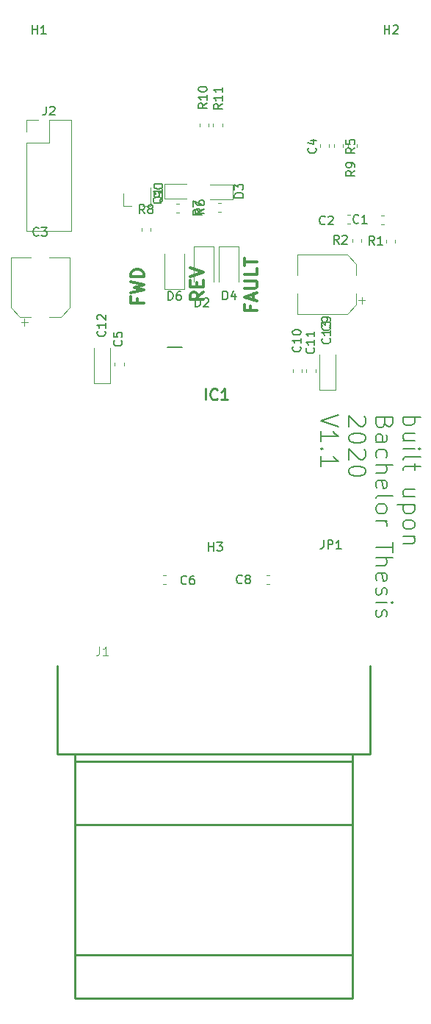
<source format=gbr>
G04 #@! TF.GenerationSoftware,KiCad,Pcbnew,(5.1.6)-1*
G04 #@! TF.CreationDate,2020-12-13T22:16:35+01:00*
G04 #@! TF.ProjectId,ETBC_2020,45544243-5f32-4303-9230-2e6b69636164,rev?*
G04 #@! TF.SameCoordinates,Original*
G04 #@! TF.FileFunction,Legend,Top*
G04 #@! TF.FilePolarity,Positive*
%FSLAX46Y46*%
G04 Gerber Fmt 4.6, Leading zero omitted, Abs format (unit mm)*
G04 Created by KiCad (PCBNEW (5.1.6)-1) date 2020-12-13 22:16:35*
%MOMM*%
%LPD*%
G01*
G04 APERTURE LIST*
%ADD10C,0.150000*%
%ADD11C,0.300000*%
%ADD12C,0.120000*%
%ADD13C,0.254000*%
%ADD14C,0.200000*%
%ADD15C,0.015000*%
G04 APERTURE END LIST*
D10*
X121670238Y-68873690D02*
X123670238Y-68873690D01*
X122908333Y-68873690D02*
X123003571Y-69064166D01*
X123003571Y-69445119D01*
X122908333Y-69635595D01*
X122813095Y-69730833D01*
X122622619Y-69826071D01*
X122051190Y-69826071D01*
X121860714Y-69730833D01*
X121765476Y-69635595D01*
X121670238Y-69445119D01*
X121670238Y-69064166D01*
X121765476Y-68873690D01*
X123003571Y-71540357D02*
X121670238Y-71540357D01*
X123003571Y-70683214D02*
X121955952Y-70683214D01*
X121765476Y-70778452D01*
X121670238Y-70968928D01*
X121670238Y-71254642D01*
X121765476Y-71445119D01*
X121860714Y-71540357D01*
X121670238Y-72492738D02*
X123003571Y-72492738D01*
X123670238Y-72492738D02*
X123575000Y-72397500D01*
X123479761Y-72492738D01*
X123575000Y-72587976D01*
X123670238Y-72492738D01*
X123479761Y-72492738D01*
X121670238Y-73730833D02*
X121765476Y-73540357D01*
X121955952Y-73445119D01*
X123670238Y-73445119D01*
X123003571Y-74207023D02*
X123003571Y-74968928D01*
X123670238Y-74492738D02*
X121955952Y-74492738D01*
X121765476Y-74587976D01*
X121670238Y-74778452D01*
X121670238Y-74968928D01*
X123003571Y-78016547D02*
X121670238Y-78016547D01*
X123003571Y-77159404D02*
X121955952Y-77159404D01*
X121765476Y-77254642D01*
X121670238Y-77445119D01*
X121670238Y-77730833D01*
X121765476Y-77921309D01*
X121860714Y-78016547D01*
X123003571Y-78968928D02*
X121003571Y-78968928D01*
X122908333Y-78968928D02*
X123003571Y-79159404D01*
X123003571Y-79540357D01*
X122908333Y-79730833D01*
X122813095Y-79826071D01*
X122622619Y-79921309D01*
X122051190Y-79921309D01*
X121860714Y-79826071D01*
X121765476Y-79730833D01*
X121670238Y-79540357D01*
X121670238Y-79159404D01*
X121765476Y-78968928D01*
X121670238Y-81064166D02*
X121765476Y-80873690D01*
X121860714Y-80778452D01*
X122051190Y-80683214D01*
X122622619Y-80683214D01*
X122813095Y-80778452D01*
X122908333Y-80873690D01*
X123003571Y-81064166D01*
X123003571Y-81349880D01*
X122908333Y-81540357D01*
X122813095Y-81635595D01*
X122622619Y-81730833D01*
X122051190Y-81730833D01*
X121860714Y-81635595D01*
X121765476Y-81540357D01*
X121670238Y-81349880D01*
X121670238Y-81064166D01*
X123003571Y-82587976D02*
X121670238Y-82587976D01*
X122813095Y-82587976D02*
X122908333Y-82683214D01*
X123003571Y-82873690D01*
X123003571Y-83159404D01*
X122908333Y-83349880D01*
X122717857Y-83445119D01*
X121670238Y-83445119D01*
X119567857Y-69540357D02*
X119472619Y-69826071D01*
X119377380Y-69921309D01*
X119186904Y-70016547D01*
X118901190Y-70016547D01*
X118710714Y-69921309D01*
X118615476Y-69826071D01*
X118520238Y-69635595D01*
X118520238Y-68873690D01*
X120520238Y-68873690D01*
X120520238Y-69540357D01*
X120425000Y-69730833D01*
X120329761Y-69826071D01*
X120139285Y-69921309D01*
X119948809Y-69921309D01*
X119758333Y-69826071D01*
X119663095Y-69730833D01*
X119567857Y-69540357D01*
X119567857Y-68873690D01*
X118520238Y-71730833D02*
X119567857Y-71730833D01*
X119758333Y-71635595D01*
X119853571Y-71445119D01*
X119853571Y-71064166D01*
X119758333Y-70873690D01*
X118615476Y-71730833D02*
X118520238Y-71540357D01*
X118520238Y-71064166D01*
X118615476Y-70873690D01*
X118805952Y-70778452D01*
X118996428Y-70778452D01*
X119186904Y-70873690D01*
X119282142Y-71064166D01*
X119282142Y-71540357D01*
X119377380Y-71730833D01*
X118615476Y-73540357D02*
X118520238Y-73349880D01*
X118520238Y-72968928D01*
X118615476Y-72778452D01*
X118710714Y-72683214D01*
X118901190Y-72587976D01*
X119472619Y-72587976D01*
X119663095Y-72683214D01*
X119758333Y-72778452D01*
X119853571Y-72968928D01*
X119853571Y-73349880D01*
X119758333Y-73540357D01*
X118520238Y-74397500D02*
X120520238Y-74397500D01*
X118520238Y-75254642D02*
X119567857Y-75254642D01*
X119758333Y-75159404D01*
X119853571Y-74968928D01*
X119853571Y-74683214D01*
X119758333Y-74492738D01*
X119663095Y-74397500D01*
X118615476Y-76968928D02*
X118520238Y-76778452D01*
X118520238Y-76397500D01*
X118615476Y-76207023D01*
X118805952Y-76111785D01*
X119567857Y-76111785D01*
X119758333Y-76207023D01*
X119853571Y-76397500D01*
X119853571Y-76778452D01*
X119758333Y-76968928D01*
X119567857Y-77064166D01*
X119377380Y-77064166D01*
X119186904Y-76111785D01*
X118520238Y-78207023D02*
X118615476Y-78016547D01*
X118805952Y-77921309D01*
X120520238Y-77921309D01*
X118520238Y-79254642D02*
X118615476Y-79064166D01*
X118710714Y-78968928D01*
X118901190Y-78873690D01*
X119472619Y-78873690D01*
X119663095Y-78968928D01*
X119758333Y-79064166D01*
X119853571Y-79254642D01*
X119853571Y-79540357D01*
X119758333Y-79730833D01*
X119663095Y-79826071D01*
X119472619Y-79921309D01*
X118901190Y-79921309D01*
X118710714Y-79826071D01*
X118615476Y-79730833D01*
X118520238Y-79540357D01*
X118520238Y-79254642D01*
X118520238Y-80778452D02*
X119853571Y-80778452D01*
X119472619Y-80778452D02*
X119663095Y-80873690D01*
X119758333Y-80968928D01*
X119853571Y-81159404D01*
X119853571Y-81349880D01*
X120520238Y-83254642D02*
X120520238Y-84397500D01*
X118520238Y-83826071D02*
X120520238Y-83826071D01*
X118520238Y-85064166D02*
X120520238Y-85064166D01*
X118520238Y-85921309D02*
X119567857Y-85921309D01*
X119758333Y-85826071D01*
X119853571Y-85635595D01*
X119853571Y-85349880D01*
X119758333Y-85159404D01*
X119663095Y-85064166D01*
X118615476Y-87635595D02*
X118520238Y-87445119D01*
X118520238Y-87064166D01*
X118615476Y-86873690D01*
X118805952Y-86778452D01*
X119567857Y-86778452D01*
X119758333Y-86873690D01*
X119853571Y-87064166D01*
X119853571Y-87445119D01*
X119758333Y-87635595D01*
X119567857Y-87730833D01*
X119377380Y-87730833D01*
X119186904Y-86778452D01*
X118615476Y-88492738D02*
X118520238Y-88683214D01*
X118520238Y-89064166D01*
X118615476Y-89254642D01*
X118805952Y-89349880D01*
X118901190Y-89349880D01*
X119091666Y-89254642D01*
X119186904Y-89064166D01*
X119186904Y-88778452D01*
X119282142Y-88587976D01*
X119472619Y-88492738D01*
X119567857Y-88492738D01*
X119758333Y-88587976D01*
X119853571Y-88778452D01*
X119853571Y-89064166D01*
X119758333Y-89254642D01*
X118520238Y-90207023D02*
X119853571Y-90207023D01*
X120520238Y-90207023D02*
X120425000Y-90111785D01*
X120329761Y-90207023D01*
X120425000Y-90302261D01*
X120520238Y-90207023D01*
X120329761Y-90207023D01*
X118615476Y-91064166D02*
X118520238Y-91254642D01*
X118520238Y-91635595D01*
X118615476Y-91826071D01*
X118805952Y-91921309D01*
X118901190Y-91921309D01*
X119091666Y-91826071D01*
X119186904Y-91635595D01*
X119186904Y-91349880D01*
X119282142Y-91159404D01*
X119472619Y-91064166D01*
X119567857Y-91064166D01*
X119758333Y-91159404D01*
X119853571Y-91349880D01*
X119853571Y-91635595D01*
X119758333Y-91826071D01*
X117179761Y-68778452D02*
X117275000Y-68873690D01*
X117370238Y-69064166D01*
X117370238Y-69540357D01*
X117275000Y-69730833D01*
X117179761Y-69826071D01*
X116989285Y-69921309D01*
X116798809Y-69921309D01*
X116513095Y-69826071D01*
X115370238Y-68683214D01*
X115370238Y-69921309D01*
X117370238Y-71159404D02*
X117370238Y-71349880D01*
X117275000Y-71540357D01*
X117179761Y-71635595D01*
X116989285Y-71730833D01*
X116608333Y-71826071D01*
X116132142Y-71826071D01*
X115751190Y-71730833D01*
X115560714Y-71635595D01*
X115465476Y-71540357D01*
X115370238Y-71349880D01*
X115370238Y-71159404D01*
X115465476Y-70968928D01*
X115560714Y-70873690D01*
X115751190Y-70778452D01*
X116132142Y-70683214D01*
X116608333Y-70683214D01*
X116989285Y-70778452D01*
X117179761Y-70873690D01*
X117275000Y-70968928D01*
X117370238Y-71159404D01*
X117179761Y-72587976D02*
X117275000Y-72683214D01*
X117370238Y-72873690D01*
X117370238Y-73349880D01*
X117275000Y-73540357D01*
X117179761Y-73635595D01*
X116989285Y-73730833D01*
X116798809Y-73730833D01*
X116513095Y-73635595D01*
X115370238Y-72492738D01*
X115370238Y-73730833D01*
X117370238Y-74968928D02*
X117370238Y-75159404D01*
X117275000Y-75349880D01*
X117179761Y-75445119D01*
X116989285Y-75540357D01*
X116608333Y-75635595D01*
X116132142Y-75635595D01*
X115751190Y-75540357D01*
X115560714Y-75445119D01*
X115465476Y-75349880D01*
X115370238Y-75159404D01*
X115370238Y-74968928D01*
X115465476Y-74778452D01*
X115560714Y-74683214D01*
X115751190Y-74587976D01*
X116132142Y-74492738D01*
X116608333Y-74492738D01*
X116989285Y-74587976D01*
X117179761Y-74683214D01*
X117275000Y-74778452D01*
X117370238Y-74968928D01*
X114220238Y-68587976D02*
X112220238Y-69254642D01*
X114220238Y-69921309D01*
X112220238Y-71635595D02*
X112220238Y-70492738D01*
X112220238Y-71064166D02*
X114220238Y-71064166D01*
X113934523Y-70873690D01*
X113744047Y-70683214D01*
X113648809Y-70492738D01*
X112410714Y-72492738D02*
X112315476Y-72587976D01*
X112220238Y-72492738D01*
X112315476Y-72397500D01*
X112410714Y-72492738D01*
X112220238Y-72492738D01*
X112220238Y-74492738D02*
X112220238Y-73349880D01*
X112220238Y-73921309D02*
X114220238Y-73921309D01*
X113934523Y-73730833D01*
X113744047Y-73540357D01*
X113648809Y-73349880D01*
D11*
X104083657Y-56088457D02*
X104083657Y-56588457D01*
X104869371Y-56588457D02*
X103369371Y-56588457D01*
X103369371Y-55874171D01*
X104440800Y-55374171D02*
X104440800Y-54659885D01*
X104869371Y-55517028D02*
X103369371Y-55017028D01*
X104869371Y-54517028D01*
X103369371Y-54017028D02*
X104583657Y-54017028D01*
X104726514Y-53945600D01*
X104797942Y-53874171D01*
X104869371Y-53731314D01*
X104869371Y-53445600D01*
X104797942Y-53302742D01*
X104726514Y-53231314D01*
X104583657Y-53159885D01*
X103369371Y-53159885D01*
X104869371Y-51731314D02*
X104869371Y-52445600D01*
X103369371Y-52445600D01*
X103369371Y-51445600D02*
X103369371Y-50588457D01*
X104869371Y-51017028D02*
X103369371Y-51017028D01*
X98646371Y-54476542D02*
X97932085Y-54976542D01*
X98646371Y-55333685D02*
X97146371Y-55333685D01*
X97146371Y-54762257D01*
X97217800Y-54619400D01*
X97289228Y-54547971D01*
X97432085Y-54476542D01*
X97646371Y-54476542D01*
X97789228Y-54547971D01*
X97860657Y-54619400D01*
X97932085Y-54762257D01*
X97932085Y-55333685D01*
X97860657Y-53833685D02*
X97860657Y-53333685D01*
X98646371Y-53119400D02*
X98646371Y-53833685D01*
X97146371Y-53833685D01*
X97146371Y-53119400D01*
X97146371Y-52690828D02*
X98646371Y-52190828D01*
X97146371Y-51690828D01*
X91002657Y-55215457D02*
X91002657Y-55715457D01*
X91788371Y-55715457D02*
X90288371Y-55715457D01*
X90288371Y-55001171D01*
X90288371Y-54572600D02*
X91788371Y-54215457D01*
X90716942Y-53929742D01*
X91788371Y-53644028D01*
X90288371Y-53286885D01*
X91788371Y-52715457D02*
X90288371Y-52715457D01*
X90288371Y-52358314D01*
X90359800Y-52144028D01*
X90502657Y-52001171D01*
X90645514Y-51929742D01*
X90931228Y-51858314D01*
X91145514Y-51858314D01*
X91431228Y-51929742D01*
X91574085Y-52001171D01*
X91716942Y-52144028D01*
X91788371Y-52358314D01*
X91788371Y-52715457D01*
D12*
X109465000Y-50165000D02*
X109465000Y-52515000D01*
X109465000Y-56985000D02*
X109465000Y-54635000D01*
X115220563Y-56985000D02*
X109465000Y-56985000D01*
X115220563Y-50165000D02*
X109465000Y-50165000D01*
X116285000Y-51229437D02*
X116285000Y-52515000D01*
X116285000Y-55920563D02*
X116285000Y-54635000D01*
X116285000Y-55920563D02*
X115220563Y-56985000D01*
X116285000Y-51229437D02*
X115220563Y-50165000D01*
X117312500Y-55422500D02*
X116525000Y-55422500D01*
X116918750Y-55816250D02*
X116918750Y-55028750D01*
X78245000Y-47465000D02*
X83445000Y-47465000D01*
X78245000Y-37245000D02*
X78245000Y-47465000D01*
X83445000Y-34645000D02*
X83445000Y-47465000D01*
X78245000Y-37245000D02*
X80845000Y-37245000D01*
X80845000Y-37245000D02*
X80845000Y-34645000D01*
X80845000Y-34645000D02*
X83445000Y-34645000D01*
X78245000Y-35975000D02*
X78245000Y-34645000D01*
X78245000Y-34645000D02*
X79575000Y-34645000D01*
X113702400Y-37823767D02*
X113702400Y-37481233D01*
X114722400Y-37823767D02*
X114722400Y-37481233D01*
D13*
X115825000Y-115775000D02*
X115825000Y-107675000D01*
X83825000Y-115775000D02*
X83825000Y-107675000D01*
X83825000Y-108475000D02*
X115825000Y-108475000D01*
X115825000Y-130775000D02*
X115825000Y-135775000D01*
X83825000Y-130775000D02*
X83825000Y-135775000D01*
X115825000Y-135775000D02*
X83825000Y-135775000D01*
X115825000Y-115775000D02*
X83825000Y-115775000D01*
X86575000Y-107675000D02*
X81825000Y-107675000D01*
X113075000Y-107675000D02*
X86575000Y-107675000D01*
X117825000Y-107675000D02*
X113075000Y-107675000D01*
X81825000Y-107675000D02*
X81825000Y-97475000D01*
X83825000Y-130775000D02*
X83825000Y-115775000D01*
X115825000Y-130775000D02*
X83825000Y-130775000D01*
X115825000Y-115775000D02*
X115825000Y-130775000D01*
X117825000Y-97475000D02*
X117825000Y-107675000D01*
D12*
X99790000Y-35421267D02*
X99790000Y-35078733D01*
X100810000Y-35421267D02*
X100810000Y-35078733D01*
X98215000Y-35421267D02*
X98215000Y-35078733D01*
X99235000Y-35421267D02*
X99235000Y-35078733D01*
X111990000Y-61625000D02*
X111990000Y-65710000D01*
X111990000Y-65710000D02*
X113860000Y-65710000D01*
X113860000Y-65710000D02*
X113860000Y-61625000D01*
X86020000Y-60900000D02*
X86020000Y-64985000D01*
X86020000Y-64985000D02*
X87890000Y-64985000D01*
X87890000Y-64985000D02*
X87890000Y-60900000D01*
X83260000Y-50490000D02*
X80910000Y-50490000D01*
X76440000Y-50490000D02*
X78790000Y-50490000D01*
X76440000Y-56245563D02*
X76440000Y-50490000D01*
X83260000Y-56245563D02*
X83260000Y-50490000D01*
X82195563Y-57310000D02*
X80910000Y-57310000D01*
X77504437Y-57310000D02*
X78790000Y-57310000D01*
X77504437Y-57310000D02*
X76440000Y-56245563D01*
X82195563Y-57310000D02*
X83260000Y-56245563D01*
X78002500Y-58337500D02*
X78002500Y-57550000D01*
X77608750Y-57943750D02*
X78396250Y-57943750D01*
X94165000Y-50075000D02*
X94165000Y-54135000D01*
X94165000Y-54135000D02*
X96435000Y-54135000D01*
X96435000Y-54135000D02*
X96435000Y-50075000D01*
X102687200Y-53275000D02*
X102687200Y-49215000D01*
X102687200Y-49215000D02*
X100417200Y-49215000D01*
X100417200Y-49215000D02*
X100417200Y-53275000D01*
X99835000Y-53275000D02*
X99835000Y-49215000D01*
X99835000Y-49215000D02*
X97565000Y-49215000D01*
X97565000Y-49215000D02*
X97565000Y-53275000D01*
X92585000Y-47128733D02*
X92585000Y-47471267D01*
X91565000Y-47128733D02*
X91565000Y-47471267D01*
X89395000Y-44560000D02*
X90325000Y-44560000D01*
X92555000Y-44560000D02*
X91625000Y-44560000D01*
X92555000Y-44560000D02*
X92555000Y-42400000D01*
X89395000Y-44560000D02*
X89395000Y-43100000D01*
X94125000Y-42025000D02*
X94125000Y-43725000D01*
X94125000Y-43725000D02*
X96675000Y-43725000D01*
X94125000Y-42025000D02*
X96675000Y-42025000D01*
X102000000Y-43775000D02*
X102000000Y-42075000D01*
X102000000Y-42075000D02*
X99450000Y-42075000D01*
X102000000Y-43775000D02*
X99450000Y-43775000D01*
D14*
X94525000Y-60825000D02*
X96175000Y-60825000D01*
D12*
X115290000Y-37821267D02*
X115290000Y-37478733D01*
X116310000Y-37821267D02*
X116310000Y-37478733D01*
X95871267Y-45285000D02*
X95528733Y-45285000D01*
X95871267Y-44265000D02*
X95528733Y-44265000D01*
X100378733Y-44240000D02*
X100721267Y-44240000D01*
X100378733Y-45260000D02*
X100721267Y-45260000D01*
X116863500Y-48395133D02*
X116863500Y-48737667D01*
X115843500Y-48395133D02*
X115843500Y-48737667D01*
X120760000Y-48453733D02*
X120760000Y-48796267D01*
X119740000Y-48453733D02*
X119740000Y-48796267D01*
X110540000Y-63696267D02*
X110540000Y-63353733D01*
X111560000Y-63696267D02*
X111560000Y-63353733D01*
X108990000Y-63696267D02*
X108990000Y-63353733D01*
X110010000Y-63696267D02*
X110010000Y-63353733D01*
X106296267Y-88085000D02*
X105953733Y-88085000D01*
X106296267Y-87065000D02*
X105953733Y-87065000D01*
X93953733Y-87090000D02*
X94296267Y-87090000D01*
X93953733Y-88110000D02*
X94296267Y-88110000D01*
X88445000Y-62971267D02*
X88445000Y-62628733D01*
X89465000Y-62971267D02*
X89465000Y-62628733D01*
X112114900Y-37822467D02*
X112114900Y-37479933D01*
X113134900Y-37822467D02*
X113134900Y-37479933D01*
X115621767Y-46625300D02*
X115279233Y-46625300D01*
X115621767Y-45605300D02*
X115279233Y-45605300D01*
X119503467Y-46650700D02*
X119160933Y-46650700D01*
X119503467Y-45630700D02*
X119160933Y-45630700D01*
D10*
X113214342Y-58275566D02*
X113261961Y-58323185D01*
X113309580Y-58466042D01*
X113309580Y-58561280D01*
X113261961Y-58704138D01*
X113166723Y-58799376D01*
X113071485Y-58846995D01*
X112881009Y-58894614D01*
X112738152Y-58894614D01*
X112547676Y-58846995D01*
X112452438Y-58799376D01*
X112357200Y-58704138D01*
X112309580Y-58561280D01*
X112309580Y-58466042D01*
X112357200Y-58323185D01*
X112404819Y-58275566D01*
X113309580Y-57799376D02*
X113309580Y-57608900D01*
X113261961Y-57513661D01*
X113214342Y-57466042D01*
X113071485Y-57370804D01*
X112881009Y-57323185D01*
X112500057Y-57323185D01*
X112404819Y-57370804D01*
X112357200Y-57418423D01*
X112309580Y-57513661D01*
X112309580Y-57704138D01*
X112357200Y-57799376D01*
X112404819Y-57846995D01*
X112500057Y-57894614D01*
X112738152Y-57894614D01*
X112833390Y-57846995D01*
X112881009Y-57799376D01*
X112928628Y-57704138D01*
X112928628Y-57513661D01*
X112881009Y-57418423D01*
X112833390Y-57370804D01*
X112738152Y-57323185D01*
X80511666Y-33097380D02*
X80511666Y-33811666D01*
X80464047Y-33954523D01*
X80368809Y-34049761D01*
X80225952Y-34097380D01*
X80130714Y-34097380D01*
X80940238Y-33192619D02*
X80987857Y-33145000D01*
X81083095Y-33097380D01*
X81321190Y-33097380D01*
X81416428Y-33145000D01*
X81464047Y-33192619D01*
X81511666Y-33287857D01*
X81511666Y-33383095D01*
X81464047Y-33525952D01*
X80892619Y-34097380D01*
X81511666Y-34097380D01*
X116099880Y-37869966D02*
X115623690Y-38203300D01*
X116099880Y-38441395D02*
X115099880Y-38441395D01*
X115099880Y-38060442D01*
X115147500Y-37965204D01*
X115195119Y-37917585D01*
X115290357Y-37869966D01*
X115433214Y-37869966D01*
X115528452Y-37917585D01*
X115576071Y-37965204D01*
X115623690Y-38060442D01*
X115623690Y-38441395D01*
X115099880Y-36965204D02*
X115099880Y-37441395D01*
X115576071Y-37489014D01*
X115528452Y-37441395D01*
X115480833Y-37346157D01*
X115480833Y-37108061D01*
X115528452Y-37012823D01*
X115576071Y-36965204D01*
X115671309Y-36917585D01*
X115909404Y-36917585D01*
X116004642Y-36965204D01*
X116052261Y-37012823D01*
X116099880Y-37108061D01*
X116099880Y-37346157D01*
X116052261Y-37441395D01*
X116004642Y-37489014D01*
D15*
X86651766Y-95284269D02*
X86651766Y-95999359D01*
X86604093Y-96142377D01*
X86508748Y-96237722D01*
X86365730Y-96285395D01*
X86270385Y-96285395D01*
X87652892Y-96285395D02*
X87080820Y-96285395D01*
X87366856Y-96285395D02*
X87366856Y-95284269D01*
X87271511Y-95427287D01*
X87176165Y-95522632D01*
X87080820Y-95570305D01*
D10*
X99238095Y-84252380D02*
X99238095Y-83252380D01*
X99238095Y-83728571D02*
X99809523Y-83728571D01*
X99809523Y-84252380D02*
X99809523Y-83252380D01*
X100190476Y-83252380D02*
X100809523Y-83252380D01*
X100476190Y-83633333D01*
X100619047Y-83633333D01*
X100714285Y-83680952D01*
X100761904Y-83728571D01*
X100809523Y-83823809D01*
X100809523Y-84061904D01*
X100761904Y-84157142D01*
X100714285Y-84204761D01*
X100619047Y-84252380D01*
X100333333Y-84252380D01*
X100238095Y-84204761D01*
X100190476Y-84157142D01*
X112526666Y-83012380D02*
X112526666Y-83726666D01*
X112479047Y-83869523D01*
X112383809Y-83964761D01*
X112240952Y-84012380D01*
X112145714Y-84012380D01*
X113002857Y-84012380D02*
X113002857Y-83012380D01*
X113383809Y-83012380D01*
X113479047Y-83060000D01*
X113526666Y-83107619D01*
X113574285Y-83202857D01*
X113574285Y-83345714D01*
X113526666Y-83440952D01*
X113479047Y-83488571D01*
X113383809Y-83536190D01*
X113002857Y-83536190D01*
X114526666Y-84012380D02*
X113955238Y-84012380D01*
X114240952Y-84012380D02*
X114240952Y-83012380D01*
X114145714Y-83155238D01*
X114050476Y-83250476D01*
X113955238Y-83298095D01*
X119538095Y-24752380D02*
X119538095Y-23752380D01*
X119538095Y-24228571D02*
X120109523Y-24228571D01*
X120109523Y-24752380D02*
X120109523Y-23752380D01*
X120538095Y-23847619D02*
X120585714Y-23800000D01*
X120680952Y-23752380D01*
X120919047Y-23752380D01*
X121014285Y-23800000D01*
X121061904Y-23847619D01*
X121109523Y-23942857D01*
X121109523Y-24038095D01*
X121061904Y-24180952D01*
X120490476Y-24752380D01*
X121109523Y-24752380D01*
X78938095Y-24752380D02*
X78938095Y-23752380D01*
X78938095Y-24228571D02*
X79509523Y-24228571D01*
X79509523Y-24752380D02*
X79509523Y-23752380D01*
X80509523Y-24752380D02*
X79938095Y-24752380D01*
X80223809Y-24752380D02*
X80223809Y-23752380D01*
X80128571Y-23895238D01*
X80033333Y-23990476D01*
X79938095Y-24038095D01*
X100815880Y-32794057D02*
X100339690Y-33127390D01*
X100815880Y-33365485D02*
X99815880Y-33365485D01*
X99815880Y-32984533D01*
X99863500Y-32889295D01*
X99911119Y-32841676D01*
X100006357Y-32794057D01*
X100149214Y-32794057D01*
X100244452Y-32841676D01*
X100292071Y-32889295D01*
X100339690Y-32984533D01*
X100339690Y-33365485D01*
X100815880Y-31841676D02*
X100815880Y-32413104D01*
X100815880Y-32127390D02*
X99815880Y-32127390D01*
X99958738Y-32222628D01*
X100053976Y-32317866D01*
X100101595Y-32413104D01*
X100815880Y-30889295D02*
X100815880Y-31460723D01*
X100815880Y-31175009D02*
X99815880Y-31175009D01*
X99958738Y-31270247D01*
X100053976Y-31365485D01*
X100101595Y-31460723D01*
X99075780Y-32730557D02*
X98599590Y-33063890D01*
X99075780Y-33301985D02*
X98075780Y-33301985D01*
X98075780Y-32921033D01*
X98123400Y-32825795D01*
X98171019Y-32778176D01*
X98266257Y-32730557D01*
X98409114Y-32730557D01*
X98504352Y-32778176D01*
X98551971Y-32825795D01*
X98599590Y-32921033D01*
X98599590Y-33301985D01*
X99075780Y-31778176D02*
X99075780Y-32349604D01*
X99075780Y-32063890D02*
X98075780Y-32063890D01*
X98218638Y-32159128D01*
X98313876Y-32254366D01*
X98361495Y-32349604D01*
X98075780Y-31159128D02*
X98075780Y-31063890D01*
X98123400Y-30968652D01*
X98171019Y-30921033D01*
X98266257Y-30873414D01*
X98456733Y-30825795D01*
X98694828Y-30825795D01*
X98885304Y-30873414D01*
X98980542Y-30921033D01*
X99028161Y-30968652D01*
X99075780Y-31063890D01*
X99075780Y-31159128D01*
X99028161Y-31254366D01*
X98980542Y-31301985D01*
X98885304Y-31349604D01*
X98694828Y-31397223D01*
X98456733Y-31397223D01*
X98266257Y-31349604D01*
X98171019Y-31301985D01*
X98123400Y-31254366D01*
X98075780Y-31159128D01*
X113205942Y-59806257D02*
X113253561Y-59853876D01*
X113301180Y-59996733D01*
X113301180Y-60091971D01*
X113253561Y-60234828D01*
X113158323Y-60330066D01*
X113063085Y-60377685D01*
X112872609Y-60425304D01*
X112729752Y-60425304D01*
X112539276Y-60377685D01*
X112444038Y-60330066D01*
X112348800Y-60234828D01*
X112301180Y-60091971D01*
X112301180Y-59996733D01*
X112348800Y-59853876D01*
X112396419Y-59806257D01*
X113301180Y-58853876D02*
X113301180Y-59425304D01*
X113301180Y-59139590D02*
X112301180Y-59139590D01*
X112444038Y-59234828D01*
X112539276Y-59330066D01*
X112586895Y-59425304D01*
X112301180Y-58520542D02*
X112301180Y-57901495D01*
X112682133Y-58234828D01*
X112682133Y-58091971D01*
X112729752Y-57996733D01*
X112777371Y-57949114D01*
X112872609Y-57901495D01*
X113110704Y-57901495D01*
X113205942Y-57949114D01*
X113253561Y-57996733D01*
X113301180Y-58091971D01*
X113301180Y-58377685D01*
X113253561Y-58472923D01*
X113205942Y-58520542D01*
X87274042Y-58954257D02*
X87321661Y-59001876D01*
X87369280Y-59144733D01*
X87369280Y-59239971D01*
X87321661Y-59382828D01*
X87226423Y-59478066D01*
X87131185Y-59525685D01*
X86940709Y-59573304D01*
X86797852Y-59573304D01*
X86607376Y-59525685D01*
X86512138Y-59478066D01*
X86416900Y-59382828D01*
X86369280Y-59239971D01*
X86369280Y-59144733D01*
X86416900Y-59001876D01*
X86464519Y-58954257D01*
X87369280Y-58001876D02*
X87369280Y-58573304D01*
X87369280Y-58287590D02*
X86369280Y-58287590D01*
X86512138Y-58382828D01*
X86607376Y-58478066D01*
X86654995Y-58573304D01*
X86464519Y-57620923D02*
X86416900Y-57573304D01*
X86369280Y-57478066D01*
X86369280Y-57239971D01*
X86416900Y-57144733D01*
X86464519Y-57097114D01*
X86559757Y-57049495D01*
X86654995Y-57049495D01*
X86797852Y-57097114D01*
X87369280Y-57668542D01*
X87369280Y-57049495D01*
X79645233Y-47919842D02*
X79597614Y-47967461D01*
X79454757Y-48015080D01*
X79359519Y-48015080D01*
X79216661Y-47967461D01*
X79121423Y-47872223D01*
X79073804Y-47776985D01*
X79026185Y-47586509D01*
X79026185Y-47443652D01*
X79073804Y-47253176D01*
X79121423Y-47157938D01*
X79216661Y-47062700D01*
X79359519Y-47015080D01*
X79454757Y-47015080D01*
X79597614Y-47062700D01*
X79645233Y-47110319D01*
X79978566Y-47015080D02*
X80597614Y-47015080D01*
X80264280Y-47396033D01*
X80407138Y-47396033D01*
X80502376Y-47443652D01*
X80549995Y-47491271D01*
X80597614Y-47586509D01*
X80597614Y-47824604D01*
X80549995Y-47919842D01*
X80502376Y-47967461D01*
X80407138Y-48015080D01*
X80121423Y-48015080D01*
X80026185Y-47967461D01*
X79978566Y-47919842D01*
X94574604Y-55392880D02*
X94574604Y-54392880D01*
X94812700Y-54392880D01*
X94955557Y-54440500D01*
X95050795Y-54535738D01*
X95098414Y-54630976D01*
X95146033Y-54821452D01*
X95146033Y-54964309D01*
X95098414Y-55154785D01*
X95050795Y-55250023D01*
X94955557Y-55345261D01*
X94812700Y-55392880D01*
X94574604Y-55392880D01*
X96003176Y-54392880D02*
X95812700Y-54392880D01*
X95717461Y-54440500D01*
X95669842Y-54488119D01*
X95574604Y-54630976D01*
X95526985Y-54821452D01*
X95526985Y-55202404D01*
X95574604Y-55297642D01*
X95622223Y-55345261D01*
X95717461Y-55392880D01*
X95907938Y-55392880D01*
X96003176Y-55345261D01*
X96050795Y-55297642D01*
X96098414Y-55202404D01*
X96098414Y-54964309D01*
X96050795Y-54869071D01*
X96003176Y-54821452D01*
X95907938Y-54773833D01*
X95717461Y-54773833D01*
X95622223Y-54821452D01*
X95574604Y-54869071D01*
X95526985Y-54964309D01*
X100890304Y-55338880D02*
X100890304Y-54338880D01*
X101128400Y-54338880D01*
X101271257Y-54386500D01*
X101366495Y-54481738D01*
X101414114Y-54576976D01*
X101461733Y-54767452D01*
X101461733Y-54910309D01*
X101414114Y-55100785D01*
X101366495Y-55196023D01*
X101271257Y-55291261D01*
X101128400Y-55338880D01*
X100890304Y-55338880D01*
X102318876Y-54672214D02*
X102318876Y-55338880D01*
X102080780Y-54291261D02*
X101842685Y-55005547D01*
X102461733Y-55005547D01*
X97746004Y-56151680D02*
X97746004Y-55151680D01*
X97984100Y-55151680D01*
X98126957Y-55199300D01*
X98222195Y-55294538D01*
X98269814Y-55389776D01*
X98317433Y-55580252D01*
X98317433Y-55723109D01*
X98269814Y-55913585D01*
X98222195Y-56008823D01*
X98126957Y-56104061D01*
X97984100Y-56151680D01*
X97746004Y-56151680D01*
X98698385Y-55246919D02*
X98746004Y-55199300D01*
X98841242Y-55151680D01*
X99079338Y-55151680D01*
X99174576Y-55199300D01*
X99222195Y-55246919D01*
X99269814Y-55342157D01*
X99269814Y-55437395D01*
X99222195Y-55580252D01*
X98650766Y-56151680D01*
X99269814Y-56151680D01*
X91870233Y-45426980D02*
X91536900Y-44950790D01*
X91298804Y-45426980D02*
X91298804Y-44426980D01*
X91679757Y-44426980D01*
X91774995Y-44474600D01*
X91822614Y-44522219D01*
X91870233Y-44617457D01*
X91870233Y-44760314D01*
X91822614Y-44855552D01*
X91774995Y-44903171D01*
X91679757Y-44950790D01*
X91298804Y-44950790D01*
X92441661Y-44855552D02*
X92346423Y-44807933D01*
X92298804Y-44760314D01*
X92251185Y-44665076D01*
X92251185Y-44617457D01*
X92298804Y-44522219D01*
X92346423Y-44474600D01*
X92441661Y-44426980D01*
X92632138Y-44426980D01*
X92727376Y-44474600D01*
X92774995Y-44522219D01*
X92822614Y-44617457D01*
X92822614Y-44665076D01*
X92774995Y-44760314D01*
X92727376Y-44807933D01*
X92632138Y-44855552D01*
X92441661Y-44855552D01*
X92346423Y-44903171D01*
X92298804Y-44950790D01*
X92251185Y-45046028D01*
X92251185Y-45236504D01*
X92298804Y-45331742D01*
X92346423Y-45379361D01*
X92441661Y-45426980D01*
X92632138Y-45426980D01*
X92727376Y-45379361D01*
X92774995Y-45331742D01*
X92822614Y-45236504D01*
X92822614Y-45046028D01*
X92774995Y-44950790D01*
X92727376Y-44903171D01*
X92632138Y-44855552D01*
X93961019Y-43514238D02*
X93913400Y-43609476D01*
X93818161Y-43704714D01*
X93675304Y-43847571D01*
X93627685Y-43942809D01*
X93627685Y-44038047D01*
X93865780Y-43990428D02*
X93818161Y-44085666D01*
X93722923Y-44180904D01*
X93532447Y-44228523D01*
X93199114Y-44228523D01*
X93008638Y-44180904D01*
X92913400Y-44085666D01*
X92865780Y-43990428D01*
X92865780Y-43799952D01*
X92913400Y-43704714D01*
X93008638Y-43609476D01*
X93199114Y-43561857D01*
X93532447Y-43561857D01*
X93722923Y-43609476D01*
X93818161Y-43704714D01*
X93865780Y-43799952D01*
X93865780Y-43990428D01*
X93865780Y-42609476D02*
X93865780Y-43180904D01*
X93865780Y-42895190D02*
X92865780Y-42895190D01*
X93008638Y-42990428D01*
X93103876Y-43085666D01*
X93151495Y-43180904D01*
X92937419Y-42035304D02*
X93937419Y-42035304D01*
X93937419Y-42273400D01*
X93889800Y-42416257D01*
X93794561Y-42511495D01*
X93699323Y-42559114D01*
X93508847Y-42606733D01*
X93365990Y-42606733D01*
X93175514Y-42559114D01*
X93080276Y-42511495D01*
X92985038Y-42416257D01*
X92937419Y-42273400D01*
X92937419Y-42035304D01*
X93937419Y-43511495D02*
X93937419Y-43035304D01*
X93461228Y-42987685D01*
X93508847Y-43035304D01*
X93556466Y-43130542D01*
X93556466Y-43368638D01*
X93508847Y-43463876D01*
X93461228Y-43511495D01*
X93365990Y-43559114D01*
X93127895Y-43559114D01*
X93032657Y-43511495D01*
X92985038Y-43463876D01*
X92937419Y-43368638D01*
X92937419Y-43130542D01*
X92985038Y-43035304D01*
X93032657Y-42987685D01*
X103238380Y-43586895D02*
X102238380Y-43586895D01*
X102238380Y-43348800D01*
X102286000Y-43205942D01*
X102381238Y-43110704D01*
X102476476Y-43063085D01*
X102666952Y-43015466D01*
X102809809Y-43015466D01*
X103000285Y-43063085D01*
X103095523Y-43110704D01*
X103190761Y-43205942D01*
X103238380Y-43348800D01*
X103238380Y-43586895D01*
X102238380Y-42682133D02*
X102238380Y-42063085D01*
X102619333Y-42396419D01*
X102619333Y-42253561D01*
X102666952Y-42158323D01*
X102714571Y-42110704D01*
X102809809Y-42063085D01*
X103047904Y-42063085D01*
X103143142Y-42110704D01*
X103190761Y-42158323D01*
X103238380Y-42253561D01*
X103238380Y-42539276D01*
X103190761Y-42634514D01*
X103143142Y-42682133D01*
D13*
X98885238Y-66849523D02*
X98885238Y-65579523D01*
X100215714Y-66728571D02*
X100155238Y-66789047D01*
X99973809Y-66849523D01*
X99852857Y-66849523D01*
X99671428Y-66789047D01*
X99550476Y-66668095D01*
X99490000Y-66547142D01*
X99429523Y-66305238D01*
X99429523Y-66123809D01*
X99490000Y-65881904D01*
X99550476Y-65760952D01*
X99671428Y-65640000D01*
X99852857Y-65579523D01*
X99973809Y-65579523D01*
X100155238Y-65640000D01*
X100215714Y-65700476D01*
X101425238Y-66849523D02*
X100699523Y-66849523D01*
X101062380Y-66849523D02*
X101062380Y-65579523D01*
X100941428Y-65760952D01*
X100820476Y-65881904D01*
X100699523Y-65942380D01*
D10*
X116099980Y-40509066D02*
X115623790Y-40842400D01*
X116099980Y-41080495D02*
X115099980Y-41080495D01*
X115099980Y-40699542D01*
X115147600Y-40604304D01*
X115195219Y-40556685D01*
X115290457Y-40509066D01*
X115433314Y-40509066D01*
X115528552Y-40556685D01*
X115576171Y-40604304D01*
X115623790Y-40699542D01*
X115623790Y-41080495D01*
X116099980Y-40032876D02*
X116099980Y-39842400D01*
X116052361Y-39747161D01*
X116004742Y-39699542D01*
X115861885Y-39604304D01*
X115671409Y-39556685D01*
X115290457Y-39556685D01*
X115195219Y-39604304D01*
X115147600Y-39651923D01*
X115099980Y-39747161D01*
X115099980Y-39937638D01*
X115147600Y-40032876D01*
X115195219Y-40080495D01*
X115290457Y-40128114D01*
X115528552Y-40128114D01*
X115623790Y-40080495D01*
X115671409Y-40032876D01*
X115719028Y-39937638D01*
X115719028Y-39747161D01*
X115671409Y-39651923D01*
X115623790Y-39604304D01*
X115528552Y-39556685D01*
X98489180Y-44967066D02*
X98012990Y-45300400D01*
X98489180Y-45538495D02*
X97489180Y-45538495D01*
X97489180Y-45157542D01*
X97536800Y-45062304D01*
X97584419Y-45014685D01*
X97679657Y-44967066D01*
X97822514Y-44967066D01*
X97917752Y-45014685D01*
X97965371Y-45062304D01*
X98012990Y-45157542D01*
X98012990Y-45538495D01*
X97489180Y-44633733D02*
X97489180Y-43967066D01*
X98489180Y-44395638D01*
X98741780Y-44865866D02*
X98265590Y-45199200D01*
X98741780Y-45437295D02*
X97741780Y-45437295D01*
X97741780Y-45056342D01*
X97789400Y-44961104D01*
X97837019Y-44913485D01*
X97932257Y-44865866D01*
X98075114Y-44865866D01*
X98170352Y-44913485D01*
X98217971Y-44961104D01*
X98265590Y-45056342D01*
X98265590Y-45437295D01*
X97741780Y-44008723D02*
X97741780Y-44199200D01*
X97789400Y-44294438D01*
X97837019Y-44342057D01*
X97979876Y-44437295D01*
X98170352Y-44484914D01*
X98551304Y-44484914D01*
X98646542Y-44437295D01*
X98694161Y-44389676D01*
X98741780Y-44294438D01*
X98741780Y-44103961D01*
X98694161Y-44008723D01*
X98646542Y-43961104D01*
X98551304Y-43913485D01*
X98313209Y-43913485D01*
X98217971Y-43961104D01*
X98170352Y-44008723D01*
X98122733Y-44103961D01*
X98122733Y-44294438D01*
X98170352Y-44389676D01*
X98217971Y-44437295D01*
X98313209Y-44484914D01*
X114269133Y-48928580D02*
X113935800Y-48452390D01*
X113697704Y-48928580D02*
X113697704Y-47928580D01*
X114078657Y-47928580D01*
X114173895Y-47976200D01*
X114221514Y-48023819D01*
X114269133Y-48119057D01*
X114269133Y-48261914D01*
X114221514Y-48357152D01*
X114173895Y-48404771D01*
X114078657Y-48452390D01*
X113697704Y-48452390D01*
X114650085Y-48023819D02*
X114697704Y-47976200D01*
X114792942Y-47928580D01*
X115031038Y-47928580D01*
X115126276Y-47976200D01*
X115173895Y-48023819D01*
X115221514Y-48119057D01*
X115221514Y-48214295D01*
X115173895Y-48357152D01*
X114602466Y-48928580D01*
X115221514Y-48928580D01*
X118368833Y-49025280D02*
X118035500Y-48549090D01*
X117797404Y-49025280D02*
X117797404Y-48025280D01*
X118178357Y-48025280D01*
X118273595Y-48072900D01*
X118321214Y-48120519D01*
X118368833Y-48215757D01*
X118368833Y-48358614D01*
X118321214Y-48453852D01*
X118273595Y-48501471D01*
X118178357Y-48549090D01*
X117797404Y-48549090D01*
X119321214Y-49025280D02*
X118749785Y-49025280D01*
X119035500Y-49025280D02*
X119035500Y-48025280D01*
X118940261Y-48168138D01*
X118845023Y-48263376D01*
X118749785Y-48310995D01*
X111369042Y-60905257D02*
X111416661Y-60952876D01*
X111464280Y-61095733D01*
X111464280Y-61190971D01*
X111416661Y-61333828D01*
X111321423Y-61429066D01*
X111226185Y-61476685D01*
X111035709Y-61524304D01*
X110892852Y-61524304D01*
X110702376Y-61476685D01*
X110607138Y-61429066D01*
X110511900Y-61333828D01*
X110464280Y-61190971D01*
X110464280Y-61095733D01*
X110511900Y-60952876D01*
X110559519Y-60905257D01*
X111464280Y-59952876D02*
X111464280Y-60524304D01*
X111464280Y-60238590D02*
X110464280Y-60238590D01*
X110607138Y-60333828D01*
X110702376Y-60429066D01*
X110749995Y-60524304D01*
X111464280Y-59000495D02*
X111464280Y-59571923D01*
X111464280Y-59286209D02*
X110464280Y-59286209D01*
X110607138Y-59381447D01*
X110702376Y-59476685D01*
X110749995Y-59571923D01*
X109806342Y-60727457D02*
X109853961Y-60775076D01*
X109901580Y-60917933D01*
X109901580Y-61013171D01*
X109853961Y-61156028D01*
X109758723Y-61251266D01*
X109663485Y-61298885D01*
X109473009Y-61346504D01*
X109330152Y-61346504D01*
X109139676Y-61298885D01*
X109044438Y-61251266D01*
X108949200Y-61156028D01*
X108901580Y-61013171D01*
X108901580Y-60917933D01*
X108949200Y-60775076D01*
X108996819Y-60727457D01*
X109901580Y-59775076D02*
X109901580Y-60346504D01*
X109901580Y-60060790D02*
X108901580Y-60060790D01*
X109044438Y-60156028D01*
X109139676Y-60251266D01*
X109187295Y-60346504D01*
X108901580Y-59156028D02*
X108901580Y-59060790D01*
X108949200Y-58965552D01*
X108996819Y-58917933D01*
X109092057Y-58870314D01*
X109282533Y-58822695D01*
X109520628Y-58822695D01*
X109711104Y-58870314D01*
X109806342Y-58917933D01*
X109853961Y-58965552D01*
X109901580Y-59060790D01*
X109901580Y-59156028D01*
X109853961Y-59251266D01*
X109806342Y-59298885D01*
X109711104Y-59346504D01*
X109520628Y-59394123D01*
X109282533Y-59394123D01*
X109092057Y-59346504D01*
X108996819Y-59298885D01*
X108949200Y-59251266D01*
X108901580Y-59156028D01*
X103102133Y-87932142D02*
X103054514Y-87979761D01*
X102911657Y-88027380D01*
X102816419Y-88027380D01*
X102673561Y-87979761D01*
X102578323Y-87884523D01*
X102530704Y-87789285D01*
X102483085Y-87598809D01*
X102483085Y-87455952D01*
X102530704Y-87265476D01*
X102578323Y-87170238D01*
X102673561Y-87075000D01*
X102816419Y-87027380D01*
X102911657Y-87027380D01*
X103054514Y-87075000D01*
X103102133Y-87122619D01*
X103673561Y-87455952D02*
X103578323Y-87408333D01*
X103530704Y-87360714D01*
X103483085Y-87265476D01*
X103483085Y-87217857D01*
X103530704Y-87122619D01*
X103578323Y-87075000D01*
X103673561Y-87027380D01*
X103864038Y-87027380D01*
X103959276Y-87075000D01*
X104006895Y-87122619D01*
X104054514Y-87217857D01*
X104054514Y-87265476D01*
X104006895Y-87360714D01*
X103959276Y-87408333D01*
X103864038Y-87455952D01*
X103673561Y-87455952D01*
X103578323Y-87503571D01*
X103530704Y-87551190D01*
X103483085Y-87646428D01*
X103483085Y-87836904D01*
X103530704Y-87932142D01*
X103578323Y-87979761D01*
X103673561Y-88027380D01*
X103864038Y-88027380D01*
X103959276Y-87979761D01*
X104006895Y-87932142D01*
X104054514Y-87836904D01*
X104054514Y-87646428D01*
X104006895Y-87551190D01*
X103959276Y-87503571D01*
X103864038Y-87455952D01*
X96687533Y-88020642D02*
X96639914Y-88068261D01*
X96497057Y-88115880D01*
X96401819Y-88115880D01*
X96258961Y-88068261D01*
X96163723Y-87973023D01*
X96116104Y-87877785D01*
X96068485Y-87687309D01*
X96068485Y-87544452D01*
X96116104Y-87353976D01*
X96163723Y-87258738D01*
X96258961Y-87163500D01*
X96401819Y-87115880D01*
X96497057Y-87115880D01*
X96639914Y-87163500D01*
X96687533Y-87211119D01*
X97544676Y-87115880D02*
X97354200Y-87115880D01*
X97258961Y-87163500D01*
X97211342Y-87211119D01*
X97116104Y-87353976D01*
X97068485Y-87544452D01*
X97068485Y-87925404D01*
X97116104Y-88020642D01*
X97163723Y-88068261D01*
X97258961Y-88115880D01*
X97449438Y-88115880D01*
X97544676Y-88068261D01*
X97592295Y-88020642D01*
X97639914Y-87925404D01*
X97639914Y-87687309D01*
X97592295Y-87592071D01*
X97544676Y-87544452D01*
X97449438Y-87496833D01*
X97258961Y-87496833D01*
X97163723Y-87544452D01*
X97116104Y-87592071D01*
X97068485Y-87687309D01*
X89185142Y-60032966D02*
X89232761Y-60080585D01*
X89280380Y-60223442D01*
X89280380Y-60318680D01*
X89232761Y-60461538D01*
X89137523Y-60556776D01*
X89042285Y-60604395D01*
X88851809Y-60652014D01*
X88708952Y-60652014D01*
X88518476Y-60604395D01*
X88423238Y-60556776D01*
X88328000Y-60461538D01*
X88280380Y-60318680D01*
X88280380Y-60223442D01*
X88328000Y-60080585D01*
X88375619Y-60032966D01*
X88280380Y-59128204D02*
X88280380Y-59604395D01*
X88756571Y-59652014D01*
X88708952Y-59604395D01*
X88661333Y-59509157D01*
X88661333Y-59271061D01*
X88708952Y-59175823D01*
X88756571Y-59128204D01*
X88851809Y-59080585D01*
X89089904Y-59080585D01*
X89185142Y-59128204D01*
X89232761Y-59175823D01*
X89280380Y-59271061D01*
X89280380Y-59509157D01*
X89232761Y-59604395D01*
X89185142Y-59652014D01*
X111585042Y-37869966D02*
X111632661Y-37917585D01*
X111680280Y-38060442D01*
X111680280Y-38155680D01*
X111632661Y-38298538D01*
X111537423Y-38393776D01*
X111442185Y-38441395D01*
X111251709Y-38489014D01*
X111108852Y-38489014D01*
X110918376Y-38441395D01*
X110823138Y-38393776D01*
X110727900Y-38298538D01*
X110680280Y-38155680D01*
X110680280Y-38060442D01*
X110727900Y-37917585D01*
X110775519Y-37869966D01*
X111013614Y-37012823D02*
X111680280Y-37012823D01*
X110632661Y-37250919D02*
X111346947Y-37489014D01*
X111346947Y-36869966D01*
X112668933Y-46612142D02*
X112621314Y-46659761D01*
X112478457Y-46707380D01*
X112383219Y-46707380D01*
X112240361Y-46659761D01*
X112145123Y-46564523D01*
X112097504Y-46469285D01*
X112049885Y-46278809D01*
X112049885Y-46135952D01*
X112097504Y-45945476D01*
X112145123Y-45850238D01*
X112240361Y-45755000D01*
X112383219Y-45707380D01*
X112478457Y-45707380D01*
X112621314Y-45755000D01*
X112668933Y-45802619D01*
X113049885Y-45802619D02*
X113097504Y-45755000D01*
X113192742Y-45707380D01*
X113430838Y-45707380D01*
X113526076Y-45755000D01*
X113573695Y-45802619D01*
X113621314Y-45897857D01*
X113621314Y-45993095D01*
X113573695Y-46135952D01*
X113002266Y-46707380D01*
X113621314Y-46707380D01*
X116536633Y-46472442D02*
X116489014Y-46520061D01*
X116346157Y-46567680D01*
X116250919Y-46567680D01*
X116108061Y-46520061D01*
X116012823Y-46424823D01*
X115965204Y-46329585D01*
X115917585Y-46139109D01*
X115917585Y-45996252D01*
X115965204Y-45805776D01*
X116012823Y-45710538D01*
X116108061Y-45615300D01*
X116250919Y-45567680D01*
X116346157Y-45567680D01*
X116489014Y-45615300D01*
X116536633Y-45662919D01*
X117489014Y-46567680D02*
X116917585Y-46567680D01*
X117203300Y-46567680D02*
X117203300Y-45567680D01*
X117108061Y-45710538D01*
X117012823Y-45805776D01*
X116917585Y-45853395D01*
M02*

</source>
